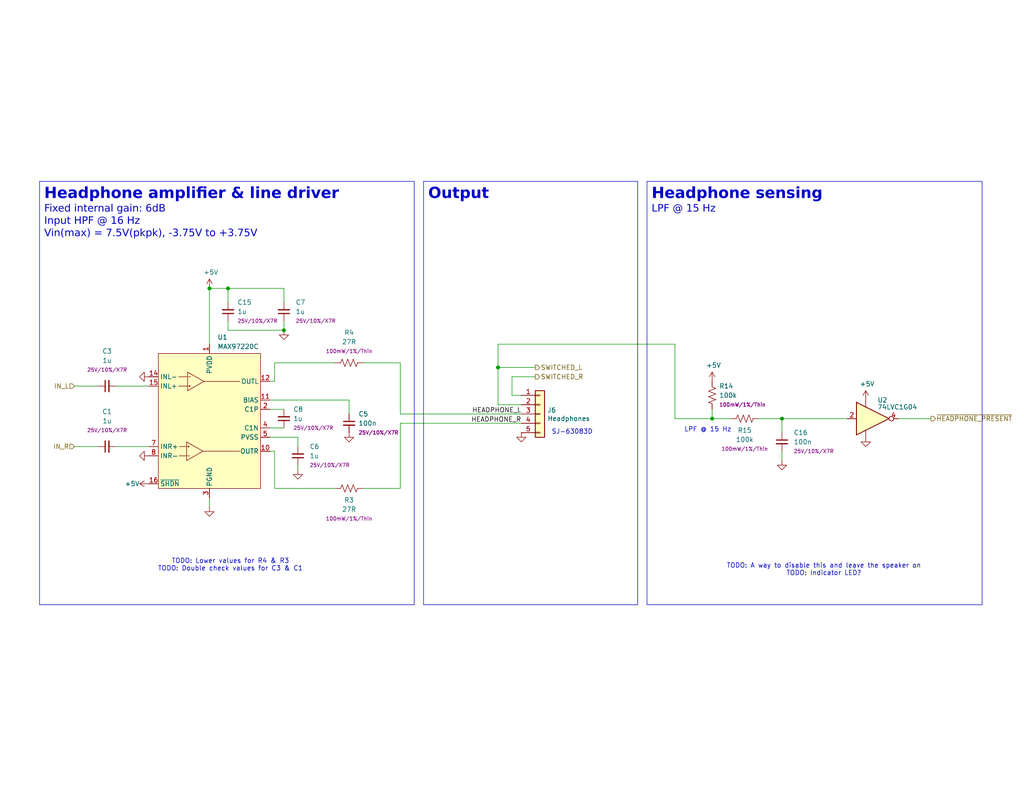
<source format=kicad_sch>
(kicad_sch (version 20231120) (generator "eeschema") (generator_version "8.0")
  (paper "USLetter")
  (title_block (title "Speak to Me") (date "2024-07-21") (rev "v9") (company "Winterbloom") (comment 1 "Alethea Flowers") (comment 2 "CERN-OHL-P v2") (comment 3 "speak.wntr.dev"))
  (lib_symbols
    (symbol "Connector_Generic:Conn_01x05" (pin_names (offset 1.016) hide)
      (property "Reference" "J" (at 0 7.62 0))
      (property "Value" "Conn_01x05" (at 0 -7.62 0))
      (symbol "Conn_01x05_1_1"
        (rectangle (start -1.27 -4.953) (end 0 -5.207) (stroke (width 0.1524)))
        (rectangle (start -1.27 -2.413) (end 0 -2.667) (stroke (width 0.1524)))
        (rectangle (start -1.27 0.127) (end 0 -0.127) (stroke (width 0.1524)))
        (rectangle (start -1.27 2.667) (end 0 2.413) (stroke (width 0.1524)))
        (rectangle (start -1.27 5.207) (end 0 4.953) (stroke (width 0.1524)))
        (rectangle (start -1.27 6.35) (end 1.27 -6.35) (stroke (width 0.254)) (fill (type background)))
        (pin passive line (at -5.08 5.08 0) (length 3.81) (name "Pin_1") (number "1"))
        (pin passive line (at -5.08 2.54 0) (length 3.81) (name "Pin_2") (number "2"))
        (pin passive line (at -5.08 0 0) (length 3.81) (name "Pin_3") (number "3"))
        (pin passive line (at -5.08 -2.54 0) (length 3.81) (name "Pin_4") (number "4"))
        (pin passive line (at -5.08 -5.08 0) (length 3.81) (name "Pin_5") (number "5"))
      )
    )
    (symbol "Device:C_Small" (pin_numbers hide) (pin_names (offset 0.254) hide)
      (property "Reference" "C" (at 0.254 1.778 0))
      (property "Value" "C_Small" (at 0.254 -2.032 0))
      (symbol "C_Small_0_1"
        (polyline (pts (xy -1.524 -0.508) (xy 1.524 -0.508)) (stroke (width 0.3302)))
        (polyline (pts (xy -1.524 0.508) (xy 1.524 0.508)) (stroke (width 0.3048)))
      )
      (symbol "C_Small_1_1"
        (pin passive line (at 0 2.54 270) (length 2.032) (name "~") (number "1"))
        (pin passive line (at 0 -2.54 90) (length 2.032) (name "~") (number "2"))
      )
    )
    (symbol "Device:R_US" (pin_numbers hide) (pin_names (offset 0))
      (property "Reference" "R" (at 2.54 0 90))
      (property "Value" "R_US" (at -2.54 0 90))
      (symbol "R_US_0_1"
        (polyline (pts (xy 0 -2.286) (xy 0 -2.54)))
        (polyline (pts (xy 0 2.286) (xy 0 2.54)))
        (polyline (pts (xy 0 -0.762) (xy 1.016 -1.143) (xy 0 -1.524) (xy -1.016 -1.905) (xy 0 -2.286)))
        (polyline (pts (xy 0 0.762) (xy 1.016 0.381) (xy 0 0) (xy -1.016 -0.381) (xy 0 -0.762)))
        (polyline (pts (xy 0 2.286) (xy 1.016 1.905) (xy 0 1.524) (xy -1.016 1.143) (xy 0 0.762)))
      )
      (symbol "R_US_1_1"
        (pin passive line (at 0 3.81 270) (length 1.27) (name "~") (number "1"))
        (pin passive line (at 0 -3.81 90) (length 1.27) (name "~") (number "2"))
      )
    )
    (symbol "power:+5V" (power) (pin_numbers hide) (pin_names (offset 0) hide)
      (property "Value" "+5V" (at 0 3.556 0))
      (symbol "+5V_0_1"
        (polyline (pts (xy -0.762 1.27) (xy 0 2.54)))
        (polyline (pts (xy 0 0) (xy 0 2.54)))
        (polyline (pts (xy 0 2.54) (xy 0.762 1.27)))
      )
      (symbol "+5V_1_1"
        (pin power_in line (at 0 0 90) (length 0) (name "~") (number "1"))
      )
    )
    (symbol "power:GND" (power) (pin_numbers hide) (pin_names (offset 0) hide)
      (property "Value" "GND" (at 0 -3.81 0))
      (symbol "GND_0_1"
        (polyline (pts (xy 0 0) (xy 0 -1.27) (xy 1.27 -1.27) (xy 0 -2.54) (xy -1.27 -1.27) (xy 0 -1.27)))
      )
      (symbol "GND_1_1"
        (pin power_in line (at 0 0 270) (length 0) (name "~") (number "1"))
      )
    )
    (symbol "winterbloom:74LVC1G04"
      (property "Reference" "U" (at 1.016 6.096 0))
      (property "Value" "74LVC1G04" (at 1.016 4.064 0))
      (symbol "74LVC1G04_0_1"
        (polyline (pts (xy -2.54 4.445) (xy -2.54 -4.445) (xy 6.35 0) (xy -2.54 4.445)) (stroke (width 0.254)) (fill (type background)))
      )
      (symbol "74LVC1G04_1_0"
        (pin no_connect line (at 0 0 0) (length 2.54) hide (name "NC") (number "1"))
      )
      (symbol "74LVC1G04_1_1"
        (pin input line (at -5.08 0 0) (length 2.54) (name "~") (number "2"))
        (pin power_in line (at 0 -5.08 90) (length 1.9) (name "GND") (number "3"))
        (pin output inverted (at 8.89 0 180) (length 2.54) (name "~") (number "4"))
        (pin power_in line (at 0 5.08 270) (length 1.9) (name "VCC") (number "5"))
      )
    )
    (symbol "winterbloom:MAX97220C"
      (property "Reference" "U" (at 2.54 21.082 0))
      (property "Value" "MAX97220C" (at 2.54 19.05 0))
      (symbol "MAX97220C_0_1"
        (rectangle (start -13.97 17.78) (end 13.97 -19.05) (fill (type background)))
      )
      (symbol "MAX97220C_1_1"
        (polyline (pts (xy -6.35 -10.16) (xy -8.255 -10.16)))
        (polyline (pts (xy -6.223 -7.62) (xy -8.255 -7.62)))
        (polyline (pts (xy -6.096 11.43) (xy -8.382 11.43)))
        (polyline (pts (xy -5.969 -10.16) (xy -5.461 -10.16)))
        (polyline (pts (xy -5.969 -7.62) (xy -5.461 -7.62)))
        (polyline (pts (xy -5.969 8.89) (xy -8.382 8.89)))
        (polyline (pts (xy -5.715 -7.366) (xy -5.715 -7.874)))
        (polyline (pts (xy -5.715 8.89) (xy -5.207 8.89)))
        (polyline (pts (xy -5.715 11.43) (xy -5.207 11.43)))
        (polyline (pts (xy -5.461 8.636) (xy -5.461 9.144)))
        (polyline (pts (xy 8.255 -8.89) (xy -1.778 -8.89)))
        (polyline (pts (xy 8.255 10.16) (xy -1.524 10.16)))
        (polyline (pts (xy -6.223 -11.43) (xy -6.223 -6.35) (xy -1.778 -8.89) (xy -6.223 -11.43)))
        (polyline (pts (xy -5.969 12.7) (xy -5.969 7.62) (xy -1.524 10.16) (xy -5.969 12.7)))
        (pin power_in line (at 0 20.32 270) (length 2.54) (name "PVDD") (number "1"))
        (pin output line (at 16.51 -8.89 180) (length 2.54) (name "OUTR") (number "10"))
        (pin passive line (at 16.51 5.08 180) (length 2.54) (name "BIAS") (number "11"))
        (pin output line (at 16.51 10.16 180) (length 2.54) (name "OUTL") (number "12"))
        (pin input line (at 0 20.32 270) (length 2.54) hide (name "SVDD") (number "13"))
        (pin input line (at -16.51 11.43 0) (length 2.54) (name "INL-") (number "14"))
        (pin input line (at -16.51 8.89 0) (length 2.54) (name "INL+") (number "15"))
        (pin input line (at -16.51 -17.78 0) (length 2.54) (name "~{SHDN}") (number "16"))
        (pin passive line (at 0 -21.59 90) (length 2.54) hide (name "EP") (number "17"))
        (pin passive line (at 16.51 2.54 180) (length 2.54) (name "C1P") (number "2"))
        (pin power_in line (at 0 -21.59 90) (length 2.54) (name "PGND") (number "3"))
        (pin passive line (at 16.51 -2.54 180) (length 2.54) (name "C1N") (number "4"))
        (pin passive line (at 16.51 -5.08 180) (length 2.54) (name "PVSS") (number "5"))
        (pin passive line (at 0 -21.59 90) (length 2.54) hide (name "SGND") (number "6"))
        (pin input line (at -16.51 -7.62 0) (length 2.54) (name "INR+") (number "7"))
        (pin input line (at -16.51 -10.16 0) (length 2.54) (name "INR-") (number "8"))
        (pin passive line (at 0 20.32 270) (length 2.54) hide (name "SVDD2") (number "9"))
      )
    )
  )
  (junction (at 62.23 78.74))
  (junction (at 194.31 114.3))
  (junction (at 135.89 100.33))
  (junction (at 57.15 78.74))
  (junction (at 213.36 114.3))
  (junction (at 77.47 90.17))
  (wire (pts (xy 213.36 125.73) (xy 213.36 123.19)))
  (wire (pts (xy 77.47 87.63) (xy 77.47 90.17)))
  (wire (pts (xy 213.36 118.11) (xy 213.36 114.3)))
  (wire (pts (xy 81.28 127) (xy 81.28 128.27)))
  (wire (pts (xy 62.23 78.74) (xy 57.15 78.74)))
  (wire (pts (xy 74.93 104.14) (xy 73.66 104.14)))
  (wire (pts (xy 135.89 110.49) (xy 142.24 110.49)))
  (wire (pts (xy 73.66 116.84) (xy 77.47 116.84)))
  (wire (pts (xy 77.47 78.74) (xy 77.47 82.55)))
  (wire (pts (xy 109.22 115.57) (xy 142.24 115.57)))
  (wire (pts (xy 74.93 99.06) (xy 91.44 99.06)))
  (wire (pts (xy 57.15 135.89) (xy 57.15 138.43)))
  (wire (pts (xy 57.15 78.74) (xy 57.15 93.98)))
  (wire (pts (xy 20.32 105.41) (xy 26.67 105.41)))
  (wire (pts (xy 213.36 114.3) (xy 231.14 114.3)))
  (wire (pts (xy 74.93 99.06) (xy 74.93 104.14)))
  (wire (pts (xy 81.28 121.92) (xy 81.28 119.38)))
  (wire (pts (xy 62.23 87.63) (xy 62.23 90.17)))
  (wire (pts (xy 95.25 109.22) (xy 73.66 109.22)))
  (wire (pts (xy 109.22 113.03) (xy 142.24 113.03)))
  (wire (pts (xy 139.7 102.87) (xy 139.7 107.95)))
  (wire (pts (xy 62.23 90.17) (xy 77.47 90.17)))
  (wire (pts (xy 139.7 107.95) (xy 142.24 107.95)))
  (wire (pts (xy 213.36 114.3) (xy 207.01 114.3)))
  (wire (pts (xy 95.25 113.03) (xy 95.25 109.22)))
  (wire (pts (xy 135.89 93.98) (xy 135.89 100.33)))
  (wire (pts (xy 20.32 121.92) (xy 26.67 121.92)))
  (wire (pts (xy 62.23 78.74) (xy 62.23 82.55)))
  (wire (pts (xy 109.22 133.35) (xy 109.22 115.57)))
  (wire (pts (xy 81.28 119.38) (xy 73.66 119.38)))
  (wire (pts (xy 135.89 93.98) (xy 184.15 93.98)))
  (wire (pts (xy 74.93 133.35) (xy 74.93 123.19)))
  (wire (pts (xy 74.93 133.35) (xy 91.44 133.35)))
  (wire (pts (xy 109.22 99.06) (xy 109.22 113.03)))
  (wire (pts (xy 135.89 110.49) (xy 135.89 100.33)))
  (wire (pts (xy 77.47 111.76) (xy 73.66 111.76)))
  (wire (pts (xy 194.31 114.3) (xy 194.31 111.76)))
  (wire (pts (xy 184.15 114.3) (xy 194.31 114.3)))
  (wire (pts (xy 99.06 99.06) (xy 109.22 99.06)))
  (wire (pts (xy 31.75 105.41) (xy 40.64 105.41)))
  (wire (pts (xy 62.23 78.74) (xy 77.47 78.74)))
  (wire (pts (xy 74.93 123.19) (xy 73.66 123.19)))
  (wire (pts (xy 139.7 102.87) (xy 146.05 102.87)))
  (wire (pts (xy 99.06 133.35) (xy 109.22 133.35)))
  (wire (pts (xy 199.39 114.3) (xy 194.31 114.3)))
  (wire (pts (xy 31.75 121.92) (xy 40.64 121.92)))
  (wire (pts (xy 245.11 114.3) (xy 254 114.3)))
  (wire (pts (xy 135.89 100.33) (xy 146.05 100.33)))
  (wire (pts (xy 184.15 93.98) (xy 184.15 114.3)))
  (rectangle (start 10.795 49.53) (end 113.03 165.1))
  (rectangle (start 176.53 49.53) (end 267.97 165.1))
  (rectangle (start 115.57 49.53) (end 173.99 165.1))
  (text "SJ-63083D" (at 150.495 118.745 0) (effects (font (size 1.27 1.27)) (justify left bottom)))
  (text "TODO: Lower values for R4 & R3\nTODO: Double check values for C3 & C1" (at 62.865 154.305 0) (effects (font (size 1.27 1.27))))
  (text "Headphone sensing" (at 177.8 52.07 0) (effects (font (size 3 3) (thickness 0.508) (bold yes)) (justify left top)))
  (text "Fixed internal gain: 6dB\nInput HPF @ 16 Hz\nVin(max) = 7.5V(pkpk), -3.75V to +3.75V" (at 12.065 56.515 0) (effects (font (size 2 2)) (justify left top)))
  (text "Output" (at 116.84 52.07 0) (effects (font (size 3 3) (thickness 0.508) (bold yes)) (justify left top)))
  (text "TODO: A way to disable this and leave the speaker on\nTODO: Indicator LED?" (at 224.79 155.575 0) (effects (font (size 1.27 1.27))))
  (text "LPF @ 15 Hz" (at 186.69 118.11 0) (effects (font (size 1.27 1.27)) (justify left bottom)))
  (text "LPF @ 15 Hz" (at 177.8 56.515 0) (effects (font (size 2 2)) (justify left top)))
  (text "Headphone amplifier & line driver" (at 12.065 52.07 0) (effects (font (size 3 3) (thickness 0.508) (bold yes)) (justify left top)))
  (label "HEADPHONE_L" (at 142.24 113.03 180))
  (label "HEADPHONE_R" (at 142.24 115.57 180))
  (hierarchical_label "SWITCHED_R" (shape output) (at 146.05 102.87 0))
  (hierarchical_label "IN_R" (shape input) (at 20.32 121.92 180))
  (hierarchical_label "SWITCHED_L" (shape output) (at 146.05 100.33 0))
  (hierarchical_label "~{HEADPHONE_PRESENT}" (shape output) (at 254 114.3 0))
  (hierarchical_label "IN_L" (shape input) (at 20.32 105.41 180))
  (symbol (lib_id "power:GND") (at 236.22 119.38 0) (unit 1)
    (property "Reference" "#PWR024" (effects (hide yes)))
    (property "Value" "GND" (effects (hide yes)))
    (property "Description" "Power symbol creates a global label with name \"GND\" , ground" (effects (hide yes)))
  )
  (symbol (lib_id "winterbloom:MAX97220C") (at 57.15 114.3 0) (unit 1)
    (property "Reference" "U1" (at 59.3441 92.075 0) (effects (justify left)))
    (property "Value" "MAX97220C" (at 59.3441 94.615 0) (effects (justify left)))
    (property "Footprint" "Package_DFN_QFN:TQFN-16-1EP_3x3mm_P0.5mm_EP1.23x1.23mm_ThermalVias" (effects (hide yes)))
    (property "Datasheet" "https://www.mouser.com/datasheet/2/256/MAX97220A-MAX97220E-5002.pdf" (effects (hide yes)))
    (property "MPN" "MAX97220C, MAX97220D" (effects (hide yes)))
    (property "Notes" "C or D variant only" (effects (hide yes)))
  )
  (symbol (lib_id "power:+5V") (at 40.64 132.08 90) (unit 1)
    (property "Reference" "#PWR019" (effects (hide yes)))
    (property "Value" "+5V" (at 38.1 132.0799 90) (effects (justify left)))
    (property "Description" "Power symbol creates a global label with name \"+5V\"" (effects (hide yes)))
  )
  (symbol (lib_id "Device:C_Small") (at 81.28 124.46 180) (unit 1)
    (property "Reference" "C6" (at 84.455 121.9135 0) (effects (justify right)))
    (property "Value" "1u" (at 84.455 124.4535 0) (effects (justify right)))
    (property "Footprint" "winterbloom:C_0603_HandSolder" (effects (hide yes)))
    (property "Notes" "Bulk cap" (effects (hide yes)))
    (property "Rating" "25V/10%/X7R" (at 84.455 126.9936 0) (effects (font (size 1 1)) (justify right)))
    (property "Substitutes Allowed" "Yes" (effects (hide yes)))
  )
  (symbol (lib_id "power:+5V") (at 194.31 104.14 0) (unit 1)
    (property "Reference" "#PWR022" (effects (hide yes)))
    (property "Value" "+5V" (at 194.691 99.7458 0))
    (property "Description" "Power symbol creates a global label with name \"+5V\"" (effects (hide yes)))
  )
  (symbol (lib_id "Device:C_Small") (at 29.21 121.92 90) (unit 1)
    (property "Reference" "C1" (at 29.2163 112.395 90))
    (property "Value" "1u" (at 29.2163 114.935 90))
    (property "Footprint" "winterbloom:C_0603_HandSolder" (effects (hide yes)))
    (property "Notes" "Bulk cap" (effects (hide yes)))
    (property "Rating" "25V/10%/X7R" (at 29.2163 117.475 90) (effects (font (size 1 1))))
    (property "Substitutes Allowed" "Yes" (effects (hide yes)))
  )
  (symbol (lib_id "Device:C_Small") (at 95.25 115.57 0) (unit 1)
    (property "Reference" "C5" (at 97.79 113.0362 0) (effects (justify left)))
    (property "Value" "100n" (at 97.79 115.5762 0) (effects (justify left)))
    (property "Footprint" "winterbloom:C_0603_HandSolder" (effects (hide yes)))
    (property "Notes" "Bulk cap" (effects (hide yes)))
    (property "Rating" "25V/10%/X7R" (at 97.79 118.1163 0) (effects (font (size 1 1)) (justify left)))
    (property "Substitutes Allowed" "Yes" (effects (hide yes)))
  )
  (symbol (lib_id "power:GND") (at 213.36 125.73 0) (unit 1)
    (property "Reference" "#PWR023" (effects (hide yes)))
    (property "Value" "GND" (effects (hide yes)))
    (property "Description" "Power symbol creates a global label with name \"GND\" , ground" (effects (hide yes)))
  )
  (symbol (lib_id "Device:R_US") (at 95.25 99.06 90) (unit 1)
    (property "Reference" "R4" (at 95.25 90.805 90))
    (property "Value" "27R" (at 95.25 93.345 90))
    (property "Footprint" "winterbloom:R_0603_HandSolder" (effects (hide yes)))
    (property "Rating" "100mW/1%/Thin" (at 95.25 95.885 90) (effects (font (size 1 1))))
    (property "DigiKey" "YAG2323TR-ND" (effects (hide yes)))
    (property "LCSC" "C375503" (effects (hide yes)))
    (property "Substitutes Allowed" "Yes" (effects (hide yes)))
    (property "MPN" "RT0603FRE071KL" (effects (hide yes)))
  )
  (symbol (lib_id "Connector_Generic:Conn_01x05") (at 147.32 113.03 0) (unit 1)
    (property "Reference" "J6" (at 149.352 111.9632 0) (effects (justify left)))
    (property "Value" "Headphones" (at 149.352 114.2746 0) (effects (justify left)))
    (property "Footprint" "winterbloom:Connector_FFC_1x05_P2.54mm_Vertical_LongPads" (effects (hide yes)))
    (property "notes" "Connects to external breakout. Jack: SJ-63083D" (effects (hide yes)))
  )
  (symbol (lib_id "Device:C_Small") (at 77.47 85.09 180) (unit 1)
    (property "Reference" "C7" (at 80.645 82.5435 0) (effects (justify right)))
    (property "Value" "1u" (at 80.645 85.0835 0) (effects (justify right)))
    (property "Footprint" "winterbloom:C_0603_HandSolder" (effects (hide yes)))
    (property "Notes" "Bulk cap" (effects (hide yes)))
    (property "Rating" "25V/10%/X7R" (at 80.645 87.6236 0) (effects (font (size 1 1)) (justify right)))
    (property "Substitutes Allowed" "Yes" (effects (hide yes)))
  )
  (symbol (lib_id "Device:R_US") (at 95.25 133.35 90) (unit 1)
    (property "Reference" "R3" (at 95.25 136.525 90))
    (property "Value" "27R" (at 95.25 139.065 90))
    (property "Footprint" "winterbloom:R_0603_HandSolder" (effects (hide yes)))
    (property "Rating" "100mW/1%/Thin" (at 95.25 141.605 90) (effects (font (size 1 1))))
    (property "DigiKey" "YAG2323TR-ND" (effects (hide yes)))
    (property "LCSC" "C375503" (effects (hide yes)))
    (property "Substitutes Allowed" "Yes" (effects (hide yes)))
    (property "MPN" "RT0603FRE071KL" (effects (hide yes)))
  )
  (symbol (lib_id "power:GND") (at 40.64 102.87 270) (unit 1)
    (property "Reference" "#PWR015" (effects (hide yes)))
    (property "Value" "GND" (effects (hide yes)))
    (property "Description" "Power symbol creates a global label with name \"GND\" , ground" (effects (hide yes)))
  )
  (symbol (lib_id "Device:C_Small") (at 29.21 105.41 90) (unit 1)
    (property "Reference" "C3" (at 29.2163 95.885 90))
    (property "Value" "1u" (at 29.2163 98.425 90))
    (property "Footprint" "winterbloom:C_0603_HandSolder" (effects (hide yes)))
    (property "Notes" "Bulk cap" (effects (hide yes)))
    (property "Rating" "25V/10%/X7R" (at 29.2163 100.965 90) (effects (font (size 1 1))))
    (property "Substitutes Allowed" "Yes" (effects (hide yes)))
  )
  (symbol (lib_id "Device:C_Small") (at 213.36 120.65 0) (unit 1)
    (property "Reference" "C16" (at 216.535 118.1162 0) (effects (justify left)))
    (property "Value" "100n" (at 216.535 120.6562 0) (effects (justify left)))
    (property "Footprint" "winterbloom:C_0603_HandSolder" (effects (hide yes)))
    (property "Notes" "Bulk cap" (effects (hide yes)))
    (property "Rating" "25V/10%/X7R" (at 216.535 123.1963 0) (effects (font (size 1 1)) (justify left)))
    (property "Substitutes Allowed" "Yes" (effects (hide yes)))
  )
  (symbol (lib_id "power:+5V") (at 236.22 109.22 0) (unit 1)
    (property "Reference" "#PWR025" (effects (hide yes)))
    (property "Value" "+5V" (at 236.601 104.8258 0))
    (property "Description" "Power symbol creates a global label with name \"+5V\"" (effects (hide yes)))
  )
  (symbol (lib_id "power:GND") (at 77.47 90.17 0) (unit 1)
    (property "Reference" "#PWR052" (effects (hide yes)))
    (property "Value" "GND" (effects (hide yes)))
    (property "Description" "Power symbol creates a global label with name \"GND\" , ground" (effects (hide yes)))
  )
  (symbol (lib_id "Device:C_Small") (at 62.23 85.09 180) (unit 1)
    (property "Reference" "C15" (at 64.77 82.5435 0) (effects (justify right)))
    (property "Value" "1u" (at 64.77 85.0835 0) (effects (justify right)))
    (property "Footprint" "winterbloom:C_0603_HandSolder" (effects (hide yes)))
    (property "Notes" "Bulk cap" (effects (hide yes)))
    (property "Rating" "25V/10%/X7R" (at 64.77 87.6236 0) (effects (font (size 1 1)) (justify right)))
    (property "Substitutes Allowed" "Yes" (effects (hide yes)))
  )
  (symbol (lib_id "winterbloom:74LVC1G04") (at 236.22 114.3 0) (unit 1)
    (property "Reference" "U2" (at 239.395 109.22 0) (effects (justify left)))
    (property "Value" "74LVC1G04" (at 239.395 111.125 0) (effects (justify left)))
    (property "Footprint" "Package_TO_SOT_SMD:SOT-23-5" (effects (hide yes)))
    (property "Datasheet" "https://www.ti.com/lit/ds/symlink/sn74lvc1g04.pdf" (effects (hide yes)))
    (property "Description" "Single NOT Gate, Low-Voltage CMOS" (effects (hide yes)))
    (property "MPN" "74LVC1G04GW, SN74LVC1G04DBV" (effects (hide yes)))
  )
  (symbol (lib_id "power:GND") (at 142.24 118.11 0) (unit 1)
    (property "Reference" "#PWR026" (effects (hide yes)))
    (property "Value" "GND" (effects (hide yes)))
    (property "Description" "Power symbol creates a global label with name \"GND\" , ground" (effects (hide yes)))
  )
  (symbol (lib_id "Device:C_Small") (at 77.47 114.3 180) (unit 1)
    (property "Reference" "C8" (at 80.01 111.7535 0) (effects (justify right)))
    (property "Value" "1u" (at 80.01 114.2935 0) (effects (justify right)))
    (property "Footprint" "winterbloom:C_0603_HandSolder" (effects (hide yes)))
    (property "Notes" "Bulk cap" (effects (hide yes)))
    (property "Rating" "25V/10%/X7R" (at 80.01 116.8336 0) (effects (font (size 1 1)) (justify right)))
    (property "Substitutes Allowed" "Yes" (effects (hide yes)))
  )
  (symbol (lib_id "Device:R_US") (at 194.31 107.95 180) (unit 1)
    (property "Reference" "R14" (at 196.215 105.4099 0) (effects (justify right)))
    (property "Value" "100k" (at 196.215 107.9499 0) (effects (justify right)))
    (property "Footprint" "winterbloom:R_0603_HandSolder" (effects (hide yes)))
    (property "Rating" "100mW/1%/Thin" (at 196.215 110.49 0) (effects (font (size 1 1)) (justify right)))
    (property "LCSC" "375503" (effects (hide yes)))
    (property "Substitutes Allowed" "Yes" (effects (hide yes)))
  )
  (symbol (lib_id "power:GND") (at 57.15 138.43 0) (unit 1)
    (property "Reference" "#PWR017" (effects (hide yes)))
    (property "Value" "GND" (effects (hide yes)))
    (property "Description" "Power symbol creates a global label with name \"GND\" , ground" (effects (hide yes)))
  )
  (symbol (lib_id "Device:R_US") (at 203.2 114.3 90) (unit 1)
    (property "Reference" "R15" (at 203.2 117.475 90))
    (property "Value" "100k" (at 203.2 120.015 90))
    (property "Footprint" "winterbloom:R_0603_HandSolder" (effects (hide yes)))
    (property "Rating" "100mW/1%/Thin" (at 203.2 122.555 90) (effects (font (size 1 1))))
    (property "LCSC" "375503" (effects (hide yes)))
    (property "Substitutes Allowed" "Yes" (effects (hide yes)))
  )
  (symbol (lib_id "power:GND") (at 40.64 124.46 270) (unit 1)
    (property "Reference" "#PWR014" (effects (hide yes)))
    (property "Value" "GND" (effects (hide yes)))
    (property "Description" "Power symbol creates a global label with name \"GND\" , ground" (effects (hide yes)))
  )
  (symbol (lib_id "power:+5V") (at 57.15 78.74 0) (unit 1)
    (property "Reference" "#PWR016" (effects (hide yes)))
    (property "Value" "+5V" (at 57.531 74.3458 0))
    (property "Description" "Power symbol creates a global label with name \"+5V\"" (effects (hide yes)))
  )
  (symbol (lib_id "power:GND") (at 81.28 128.27 0) (unit 1)
    (property "Reference" "#PWR020" (effects (hide yes)))
    (property "Value" "GND" (effects (hide yes)))
    (property "Description" "Power symbol creates a global label with name \"GND\" , ground" (effects (hide yes)))
  )
  (symbol (lib_id "power:GND") (at 95.25 118.11 0) (unit 1)
    (property "Reference" "#PWR051" (effects (hide yes)))
    (property "Value" "GND" (effects (hide yes)))
    (property "Description" "Power symbol creates a global label with name \"GND\" , ground" (effects (hide yes)))
  )
)
</source>
